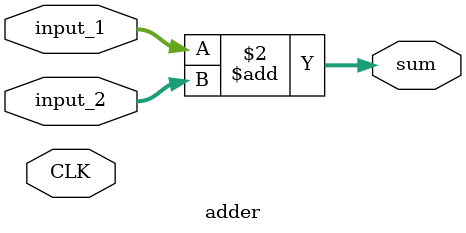
<source format=v>
`timescale 1ns / 1ps

module adder(
    input           CLK,
    input  [7:0]    input_1,
    input  [7:0]    input_2,
    output reg [8:0]    sum = 0
);

always@(*)
begin
    sum <= input_1 + input_2;
end
  
endmodule


</source>
